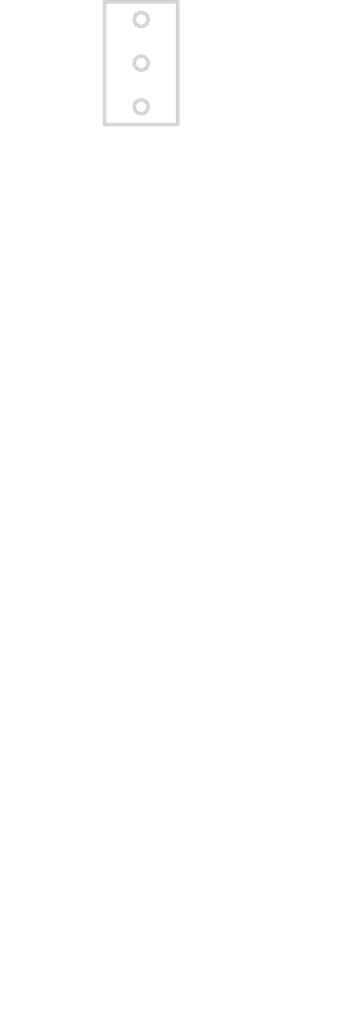
<source format=kicad_pcb>
(kicad_pcb (version 20171130) (host pcbnew 5.1.12-84ad8e8a86~92~ubuntu20.04.1)

  (general
    (thickness 1.5)
    (drawings 8)
    (tracks 0)
    (zones 0)
    (modules 0)
    (nets 1)
  )

  (page A4 portrait)
  (title_block
    (title ТКП-3.36.A)
    (date 2024-09-14)
    (rev 1A)
    (company "Spacer MTS-1xx-A2 [REV1A]")
    (comment 1 http://github.com/Adept666)
    (comment 2 "Igor Ivanov (Игорь Иванов)")
    (comment 3 -ТТКРЧПДЛ-)
    (comment 4 "This project is licensed under GNU General Public License v3.0 or later")
  )

  (layers
    (0 F.Cu signal)
    (31 B.Cu signal)
    (41 Cmts.User user)
    (44 Edge.Cuts user)
    (45 Margin user)
    (46 B.CrtYd user)
    (47 F.CrtYd user)
  )

  (setup
    (last_trace_width 1)
    (user_trace_width 0.6)
    (trace_clearance 0)
    (zone_clearance 0.6)
    (zone_45_only no)
    (trace_min 0.2)
    (via_size 1.5)
    (via_drill 0.5)
    (via_min_size 0.4)
    (via_min_drill 0.3)
    (uvia_size 0.3)
    (uvia_drill 0.1)
    (uvias_allowed no)
    (uvia_min_size 0.2)
    (uvia_min_drill 0.1)
    (edge_width 0.4)
    (segment_width 0.2)
    (pcb_text_width 0.3)
    (pcb_text_size 1.5 1.5)
    (mod_edge_width 0.15)
    (mod_text_size 1 1)
    (mod_text_width 0.15)
    (pad_size 1.6 1.8)
    (pad_drill 0)
    (pad_to_mask_clearance 0.1)
    (solder_mask_min_width 0.2)
    (aux_axis_origin 0 0)
    (visible_elements 7FFFFFFF)
    (pcbplotparams
      (layerselection 0x00200_7ffffffe)
      (usegerberextensions false)
      (usegerberattributes false)
      (usegerberadvancedattributes false)
      (creategerberjobfile false)
      (excludeedgelayer false)
      (linewidth 0.100000)
      (plotframeref true)
      (viasonmask false)
      (mode 1)
      (useauxorigin false)
      (hpglpennumber 1)
      (hpglpenspeed 20)
      (hpglpendiameter 15.000000)
      (psnegative false)
      (psa4output false)
      (plotreference false)
      (plotvalue false)
      (plotinvisibletext false)
      (padsonsilk true)
      (subtractmaskfromsilk false)
      (outputformat 4)
      (mirror false)
      (drillshape 0)
      (scaleselection 1)
      (outputdirectory ""))
  )

  (net 0 "")

  (net_class Default "This is the default net class."
    (clearance 0)
    (trace_width 1)
    (via_dia 1.5)
    (via_drill 0.5)
    (uvia_dia 0.3)
    (uvia_drill 0.1)
  )

  (gr_text "1. Толщина 1.5 мм." (at 90.17 250.19) (layer Cmts.User) (tstamp 66E4EBE6)
    (effects (font (size 2.54 2.54) (thickness 0.2)) (justify left))
  )
  (gr_circle (center 105.41 153.29) (end 106.16 153.29) (layer Edge.Cuts) (width 0.4) (tstamp 63D7F470))
  (gr_circle (center 105.41 148.59) (end 106.16 148.59) (layer Edge.Cuts) (width 0.4) (tstamp 63D7F470))
  (gr_circle (center 105.41 143.89) (end 106.16 143.89) (layer Edge.Cuts) (width 0.4) (tstamp 63D7F470))
  (gr_line (start 109.36 141.99) (end 109.36 155.19) (layer Edge.Cuts) (width 0.4) (tstamp 5FE6F872))
  (gr_line (start 101.46 141.99) (end 101.46 155.19) (layer Edge.Cuts) (width 0.4) (tstamp 5FE6F872))
  (gr_line (start 101.46 155.19) (end 109.36 155.19) (layer Edge.Cuts) (width 0.4) (tstamp 5FE6FAB1))
  (gr_line (start 101.46 141.99) (end 109.36 141.99) (layer Edge.Cuts) (width 0.4) (tstamp 63D80333))

)

</source>
